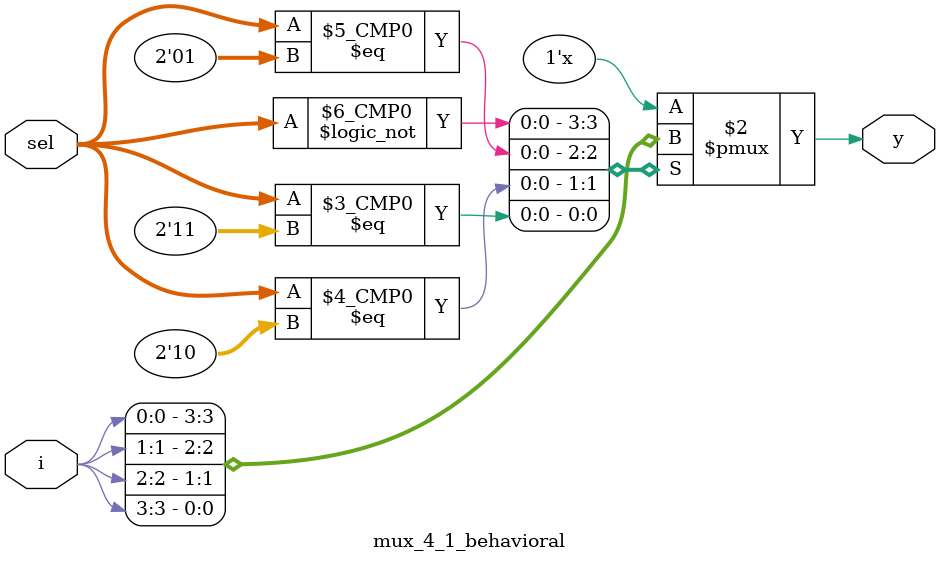
<source format=v>

module mux_4_1_behavioral( 
input[3:0]i,
input[1:0]sel,
output reg y
    );
always@(*)begin
case(sel)
2'b00:y=i[0];
2'b01:y=i[1];
2'b10:y=i[2];
2'b11:y=i[3];
default y=1'b0;
endcase
end    
endmodule

</source>
